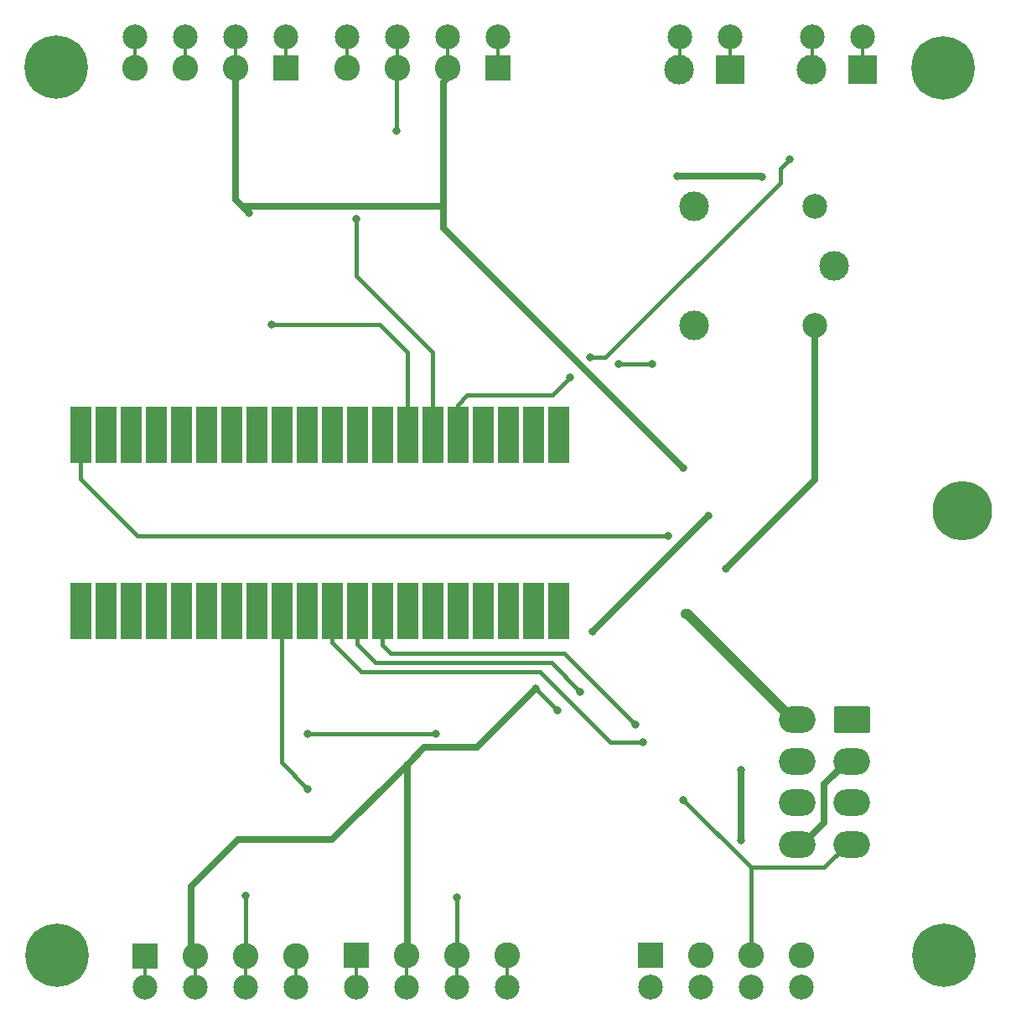
<source format=gbr>
G04 #@! TF.GenerationSoftware,KiCad,Pcbnew,(5.1.5)-3*
G04 #@! TF.CreationDate,2020-09-18T03:17:49-03:00*
G04 #@! TF.ProjectId,Diferencial,44696665-7265-46e6-9369-616c2e6b6963,rev?*
G04 #@! TF.SameCoordinates,Original*
G04 #@! TF.FileFunction,Copper,L2,Bot*
G04 #@! TF.FilePolarity,Positive*
%FSLAX46Y46*%
G04 Gerber Fmt 4.6, Leading zero omitted, Abs format (unit mm)*
G04 Created by KiCad (PCBNEW (5.1.5)-3) date 2020-09-18 03:17:49*
%MOMM*%
%LPD*%
G04 APERTURE LIST*
%ADD10C,0.300000*%
%ADD11C,0.100000*%
%ADD12O,3.700000X2.700000*%
%ADD13C,2.500000*%
%ADD14C,2.600000*%
%ADD15R,2.600000X2.600000*%
%ADD16C,6.000000*%
%ADD17C,3.000000*%
%ADD18R,3.000000X3.000000*%
%ADD19O,1.700000X1.700000*%
%ADD20C,1.700000*%
%ADD21R,1.700000X1.700000*%
%ADD22C,0.800000*%
%ADD23C,6.400000*%
%ADD24C,0.400000*%
%ADD25C,0.700000*%
%ADD26C,1.000000*%
G04 APERTURE END LIST*
D10*
X115811300Y-166179500D02*
X115811300Y-163004500D01*
X110731300Y-166179500D02*
X110731300Y-163004500D01*
X105651300Y-166179500D02*
X105651300Y-163004500D01*
X100571300Y-166179500D02*
X100571300Y-163004500D01*
X94424500Y-166204900D02*
X94424500Y-163029900D01*
X89344500Y-166204900D02*
X89344500Y-163029900D01*
X84264500Y-166204900D02*
X84264500Y-163029900D01*
X79184500Y-166204900D02*
X79184500Y-163029900D01*
X78232000Y-70256400D02*
X78232000Y-73431400D01*
X83312000Y-70256400D02*
X83312000Y-73431400D01*
X88392000Y-70256400D02*
X88392000Y-73431400D01*
X93472000Y-70256400D02*
X93472000Y-73431400D01*
X99618800Y-70256400D02*
X99618800Y-73431400D01*
X104698800Y-70256400D02*
X104698800Y-73431400D01*
X109778800Y-70256400D02*
X109778800Y-73431400D01*
X114858800Y-70256400D02*
X114858800Y-73431400D01*
X146600500Y-70260100D02*
X146600500Y-73562100D01*
X151680500Y-70260100D02*
X151680500Y-73562100D01*
X133222300Y-70266600D02*
X133222300Y-73568600D01*
X138302300Y-70266600D02*
X138302300Y-73568600D01*
D11*
G36*
X94030800Y-107594400D02*
G01*
X94030800Y-113182400D01*
X91998800Y-113182400D01*
X91998800Y-107594400D01*
X94030800Y-107594400D01*
G37*
X94030800Y-107594400D02*
X94030800Y-113182400D01*
X91998800Y-113182400D01*
X91998800Y-107594400D01*
X94030800Y-107594400D01*
G36*
X106730800Y-107594400D02*
G01*
X106730800Y-113182400D01*
X104698800Y-113182400D01*
X104698800Y-107594400D01*
X106730800Y-107594400D01*
G37*
X106730800Y-107594400D02*
X106730800Y-113182400D01*
X104698800Y-113182400D01*
X104698800Y-107594400D01*
X106730800Y-107594400D01*
G36*
X111810800Y-107594400D02*
G01*
X111810800Y-113182400D01*
X109778800Y-113182400D01*
X109778800Y-107594400D01*
X111810800Y-107594400D01*
G37*
X111810800Y-107594400D02*
X111810800Y-113182400D01*
X109778800Y-113182400D01*
X109778800Y-107594400D01*
X111810800Y-107594400D01*
G36*
X96570800Y-107594400D02*
G01*
X96570800Y-113182400D01*
X94538800Y-113182400D01*
X94538800Y-107594400D01*
X96570800Y-107594400D01*
G37*
X96570800Y-107594400D02*
X96570800Y-113182400D01*
X94538800Y-113182400D01*
X94538800Y-107594400D01*
X96570800Y-107594400D01*
G36*
X104190800Y-107594400D02*
G01*
X104190800Y-113182400D01*
X102158800Y-113182400D01*
X102158800Y-107594400D01*
X104190800Y-107594400D01*
G37*
X104190800Y-107594400D02*
X104190800Y-113182400D01*
X102158800Y-113182400D01*
X102158800Y-107594400D01*
X104190800Y-107594400D01*
G36*
X109270800Y-107594400D02*
G01*
X109270800Y-113182400D01*
X107238800Y-113182400D01*
X107238800Y-107594400D01*
X109270800Y-107594400D01*
G37*
X109270800Y-107594400D02*
X109270800Y-113182400D01*
X107238800Y-113182400D01*
X107238800Y-107594400D01*
X109270800Y-107594400D01*
G36*
X91490800Y-107594400D02*
G01*
X91490800Y-113182400D01*
X89458800Y-113182400D01*
X89458800Y-107594400D01*
X91490800Y-107594400D01*
G37*
X91490800Y-107594400D02*
X91490800Y-113182400D01*
X89458800Y-113182400D01*
X89458800Y-107594400D01*
X91490800Y-107594400D01*
G36*
X101650800Y-107594400D02*
G01*
X101650800Y-113182400D01*
X99618800Y-113182400D01*
X99618800Y-107594400D01*
X101650800Y-107594400D01*
G37*
X101650800Y-107594400D02*
X101650800Y-113182400D01*
X99618800Y-113182400D01*
X99618800Y-107594400D01*
X101650800Y-107594400D01*
G36*
X83870800Y-107594400D02*
G01*
X83870800Y-113182400D01*
X81838800Y-113182400D01*
X81838800Y-107594400D01*
X83870800Y-107594400D01*
G37*
X83870800Y-107594400D02*
X83870800Y-113182400D01*
X81838800Y-113182400D01*
X81838800Y-107594400D01*
X83870800Y-107594400D01*
G36*
X88950800Y-107594400D02*
G01*
X88950800Y-113182400D01*
X86918800Y-113182400D01*
X86918800Y-107594400D01*
X88950800Y-107594400D01*
G37*
X88950800Y-107594400D02*
X88950800Y-113182400D01*
X86918800Y-113182400D01*
X86918800Y-107594400D01*
X88950800Y-107594400D01*
G36*
X86410800Y-107594400D02*
G01*
X86410800Y-113182400D01*
X84378800Y-113182400D01*
X84378800Y-107594400D01*
X86410800Y-107594400D01*
G37*
X86410800Y-107594400D02*
X86410800Y-113182400D01*
X84378800Y-113182400D01*
X84378800Y-107594400D01*
X86410800Y-107594400D01*
G36*
X116890800Y-107594400D02*
G01*
X116890800Y-113182400D01*
X114858800Y-113182400D01*
X114858800Y-107594400D01*
X116890800Y-107594400D01*
G37*
X116890800Y-107594400D02*
X116890800Y-113182400D01*
X114858800Y-113182400D01*
X114858800Y-107594400D01*
X116890800Y-107594400D01*
G36*
X114350800Y-107594400D02*
G01*
X114350800Y-113182400D01*
X112318800Y-113182400D01*
X112318800Y-107594400D01*
X114350800Y-107594400D01*
G37*
X114350800Y-107594400D02*
X114350800Y-113182400D01*
X112318800Y-113182400D01*
X112318800Y-107594400D01*
X114350800Y-107594400D01*
G36*
X99110800Y-107594400D02*
G01*
X99110800Y-113182400D01*
X97078800Y-113182400D01*
X97078800Y-107594400D01*
X99110800Y-107594400D01*
G37*
X99110800Y-107594400D02*
X99110800Y-113182400D01*
X97078800Y-113182400D01*
X97078800Y-107594400D01*
X99110800Y-107594400D01*
G36*
X119430800Y-107594400D02*
G01*
X119430800Y-113182400D01*
X117398800Y-113182400D01*
X117398800Y-107594400D01*
X119430800Y-107594400D01*
G37*
X119430800Y-107594400D02*
X119430800Y-113182400D01*
X117398800Y-113182400D01*
X117398800Y-107594400D01*
X119430800Y-107594400D01*
G36*
X121970800Y-107594400D02*
G01*
X121970800Y-113182400D01*
X119938800Y-113182400D01*
X119938800Y-107594400D01*
X121970800Y-107594400D01*
G37*
X121970800Y-107594400D02*
X121970800Y-113182400D01*
X119938800Y-113182400D01*
X119938800Y-107594400D01*
X121970800Y-107594400D01*
G36*
X73710800Y-107594400D02*
G01*
X73710800Y-113182400D01*
X71678800Y-113182400D01*
X71678800Y-107594400D01*
X73710800Y-107594400D01*
G37*
X73710800Y-107594400D02*
X73710800Y-113182400D01*
X71678800Y-113182400D01*
X71678800Y-107594400D01*
X73710800Y-107594400D01*
G36*
X78790800Y-107594400D02*
G01*
X78790800Y-113182400D01*
X76758800Y-113182400D01*
X76758800Y-107594400D01*
X78790800Y-107594400D01*
G37*
X78790800Y-107594400D02*
X78790800Y-113182400D01*
X76758800Y-113182400D01*
X76758800Y-107594400D01*
X78790800Y-107594400D01*
G36*
X76250800Y-107594400D02*
G01*
X76250800Y-113182400D01*
X74218800Y-113182400D01*
X74218800Y-107594400D01*
X76250800Y-107594400D01*
G37*
X76250800Y-107594400D02*
X76250800Y-113182400D01*
X74218800Y-113182400D01*
X74218800Y-107594400D01*
X76250800Y-107594400D01*
G36*
X81330800Y-107594400D02*
G01*
X81330800Y-113182400D01*
X79298800Y-113182400D01*
X79298800Y-107594400D01*
X81330800Y-107594400D01*
G37*
X81330800Y-107594400D02*
X81330800Y-113182400D01*
X79298800Y-113182400D01*
X79298800Y-107594400D01*
X81330800Y-107594400D01*
G36*
X81330800Y-125374400D02*
G01*
X81330800Y-130962400D01*
X79298800Y-130962400D01*
X79298800Y-125374400D01*
X81330800Y-125374400D01*
G37*
X81330800Y-125374400D02*
X81330800Y-130962400D01*
X79298800Y-130962400D01*
X79298800Y-125374400D01*
X81330800Y-125374400D01*
G36*
X73710800Y-125374400D02*
G01*
X73710800Y-130962400D01*
X71678800Y-130962400D01*
X71678800Y-125374400D01*
X73710800Y-125374400D01*
G37*
X73710800Y-125374400D02*
X73710800Y-130962400D01*
X71678800Y-130962400D01*
X71678800Y-125374400D01*
X73710800Y-125374400D01*
G36*
X78790800Y-125374400D02*
G01*
X78790800Y-130962400D01*
X76758800Y-130962400D01*
X76758800Y-125374400D01*
X78790800Y-125374400D01*
G37*
X78790800Y-125374400D02*
X78790800Y-130962400D01*
X76758800Y-130962400D01*
X76758800Y-125374400D01*
X78790800Y-125374400D01*
G36*
X76250800Y-125374400D02*
G01*
X76250800Y-130962400D01*
X74218800Y-130962400D01*
X74218800Y-125374400D01*
X76250800Y-125374400D01*
G37*
X76250800Y-125374400D02*
X76250800Y-130962400D01*
X74218800Y-130962400D01*
X74218800Y-125374400D01*
X76250800Y-125374400D01*
G36*
X91490800Y-125374400D02*
G01*
X91490800Y-130962400D01*
X89458800Y-130962400D01*
X89458800Y-125374400D01*
X91490800Y-125374400D01*
G37*
X91490800Y-125374400D02*
X91490800Y-130962400D01*
X89458800Y-130962400D01*
X89458800Y-125374400D01*
X91490800Y-125374400D01*
G36*
X83870800Y-125374400D02*
G01*
X83870800Y-130962400D01*
X81838800Y-130962400D01*
X81838800Y-125374400D01*
X83870800Y-125374400D01*
G37*
X83870800Y-125374400D02*
X83870800Y-130962400D01*
X81838800Y-130962400D01*
X81838800Y-125374400D01*
X83870800Y-125374400D01*
G36*
X86410800Y-125374400D02*
G01*
X86410800Y-130962400D01*
X84378800Y-130962400D01*
X84378800Y-125374400D01*
X86410800Y-125374400D01*
G37*
X86410800Y-125374400D02*
X86410800Y-130962400D01*
X84378800Y-130962400D01*
X84378800Y-125374400D01*
X86410800Y-125374400D01*
G36*
X88950800Y-125374400D02*
G01*
X88950800Y-130962400D01*
X86918800Y-130962400D01*
X86918800Y-125374400D01*
X88950800Y-125374400D01*
G37*
X88950800Y-125374400D02*
X88950800Y-130962400D01*
X86918800Y-130962400D01*
X86918800Y-125374400D01*
X88950800Y-125374400D01*
G36*
X96570800Y-125374400D02*
G01*
X96570800Y-130962400D01*
X94538800Y-130962400D01*
X94538800Y-125374400D01*
X96570800Y-125374400D01*
G37*
X96570800Y-125374400D02*
X96570800Y-130962400D01*
X94538800Y-130962400D01*
X94538800Y-125374400D01*
X96570800Y-125374400D01*
G36*
X94030800Y-125374400D02*
G01*
X94030800Y-130962400D01*
X91998800Y-130962400D01*
X91998800Y-125374400D01*
X94030800Y-125374400D01*
G37*
X94030800Y-125374400D02*
X94030800Y-130962400D01*
X91998800Y-130962400D01*
X91998800Y-125374400D01*
X94030800Y-125374400D01*
G36*
X101650800Y-125374400D02*
G01*
X101650800Y-130962400D01*
X99618800Y-130962400D01*
X99618800Y-125374400D01*
X101650800Y-125374400D01*
G37*
X101650800Y-125374400D02*
X101650800Y-130962400D01*
X99618800Y-130962400D01*
X99618800Y-125374400D01*
X101650800Y-125374400D01*
G36*
X99110800Y-125374400D02*
G01*
X99110800Y-130962400D01*
X97078800Y-130962400D01*
X97078800Y-125374400D01*
X99110800Y-125374400D01*
G37*
X99110800Y-125374400D02*
X99110800Y-130962400D01*
X97078800Y-130962400D01*
X97078800Y-125374400D01*
X99110800Y-125374400D01*
G36*
X106730800Y-125374400D02*
G01*
X106730800Y-130962400D01*
X104698800Y-130962400D01*
X104698800Y-125374400D01*
X106730800Y-125374400D01*
G37*
X106730800Y-125374400D02*
X106730800Y-130962400D01*
X104698800Y-130962400D01*
X104698800Y-125374400D01*
X106730800Y-125374400D01*
G36*
X104190800Y-125374400D02*
G01*
X104190800Y-130962400D01*
X102158800Y-130962400D01*
X102158800Y-125374400D01*
X104190800Y-125374400D01*
G37*
X104190800Y-125374400D02*
X104190800Y-130962400D01*
X102158800Y-130962400D01*
X102158800Y-125374400D01*
X104190800Y-125374400D01*
G36*
X111810800Y-125374400D02*
G01*
X111810800Y-130962400D01*
X109778800Y-130962400D01*
X109778800Y-125374400D01*
X111810800Y-125374400D01*
G37*
X111810800Y-125374400D02*
X111810800Y-130962400D01*
X109778800Y-130962400D01*
X109778800Y-125374400D01*
X111810800Y-125374400D01*
G36*
X109270800Y-125374400D02*
G01*
X109270800Y-130962400D01*
X107238800Y-130962400D01*
X107238800Y-125374400D01*
X109270800Y-125374400D01*
G37*
X109270800Y-125374400D02*
X109270800Y-130962400D01*
X107238800Y-130962400D01*
X107238800Y-125374400D01*
X109270800Y-125374400D01*
G36*
X116890800Y-125374400D02*
G01*
X116890800Y-130962400D01*
X114858800Y-130962400D01*
X114858800Y-125374400D01*
X116890800Y-125374400D01*
G37*
X116890800Y-125374400D02*
X116890800Y-130962400D01*
X114858800Y-130962400D01*
X114858800Y-125374400D01*
X116890800Y-125374400D01*
G36*
X114350800Y-125374400D02*
G01*
X114350800Y-130962400D01*
X112318800Y-130962400D01*
X112318800Y-125374400D01*
X114350800Y-125374400D01*
G37*
X114350800Y-125374400D02*
X114350800Y-130962400D01*
X112318800Y-130962400D01*
X112318800Y-125374400D01*
X114350800Y-125374400D01*
G36*
X119430800Y-125374400D02*
G01*
X119430800Y-130962400D01*
X117398800Y-130962400D01*
X117398800Y-125374400D01*
X119430800Y-125374400D01*
G37*
X119430800Y-125374400D02*
X119430800Y-130962400D01*
X117398800Y-130962400D01*
X117398800Y-125374400D01*
X119430800Y-125374400D01*
G36*
X121970800Y-125374400D02*
G01*
X121970800Y-130962400D01*
X119938800Y-130962400D01*
X119938800Y-125374400D01*
X121970800Y-125374400D01*
G37*
X121970800Y-125374400D02*
X121970800Y-130962400D01*
X119938800Y-130962400D01*
X119938800Y-125374400D01*
X121970800Y-125374400D01*
D12*
X145122000Y-151792000D03*
X145122000Y-147592000D03*
X145122000Y-143392000D03*
X145122000Y-139192000D03*
X150622000Y-151792000D03*
X150622000Y-147592000D03*
X150622000Y-143392000D03*
G04 #@! TA.AperFunction,ComponentPad*
D11*
G36*
X152246503Y-137843204D02*
G01*
X152270772Y-137846804D01*
X152294570Y-137852765D01*
X152317670Y-137861030D01*
X152339849Y-137871520D01*
X152360892Y-137884133D01*
X152380598Y-137898748D01*
X152398776Y-137915224D01*
X152415252Y-137933402D01*
X152429867Y-137953108D01*
X152442480Y-137974151D01*
X152452970Y-137996330D01*
X152461235Y-138019430D01*
X152467196Y-138043228D01*
X152470796Y-138067497D01*
X152472000Y-138092001D01*
X152472000Y-140291999D01*
X152470796Y-140316503D01*
X152467196Y-140340772D01*
X152461235Y-140364570D01*
X152452970Y-140387670D01*
X152442480Y-140409849D01*
X152429867Y-140430892D01*
X152415252Y-140450598D01*
X152398776Y-140468776D01*
X152380598Y-140485252D01*
X152360892Y-140499867D01*
X152339849Y-140512480D01*
X152317670Y-140522970D01*
X152294570Y-140531235D01*
X152270772Y-140537196D01*
X152246503Y-140540796D01*
X152221999Y-140542000D01*
X149022001Y-140542000D01*
X148997497Y-140540796D01*
X148973228Y-140537196D01*
X148949430Y-140531235D01*
X148926330Y-140522970D01*
X148904151Y-140512480D01*
X148883108Y-140499867D01*
X148863402Y-140485252D01*
X148845224Y-140468776D01*
X148828748Y-140450598D01*
X148814133Y-140430892D01*
X148801520Y-140409849D01*
X148791030Y-140387670D01*
X148782765Y-140364570D01*
X148776804Y-140340772D01*
X148773204Y-140316503D01*
X148772000Y-140291999D01*
X148772000Y-138092001D01*
X148773204Y-138067497D01*
X148776804Y-138043228D01*
X148782765Y-138019430D01*
X148791030Y-137996330D01*
X148801520Y-137974151D01*
X148814133Y-137953108D01*
X148828748Y-137933402D01*
X148845224Y-137915224D01*
X148863402Y-137898748D01*
X148883108Y-137884133D01*
X148904151Y-137871520D01*
X148926330Y-137861030D01*
X148949430Y-137852765D01*
X148973228Y-137846804D01*
X148997497Y-137843204D01*
X149022001Y-137842000D01*
X152221999Y-137842000D01*
X152246503Y-137843204D01*
G37*
G04 #@! TD.AperFunction*
D13*
X145486120Y-166166800D03*
X140406120Y-166166800D03*
X135326120Y-166166800D03*
X130246120Y-166166800D03*
D14*
X145486120Y-162991800D03*
X140406120Y-162991800D03*
X135326120Y-162991800D03*
D15*
X130246120Y-162991800D03*
D16*
X161721800Y-118079520D03*
D13*
X115811300Y-166179500D03*
X110731300Y-166179500D03*
X105651300Y-166179500D03*
X100571300Y-166179500D03*
D14*
X115811300Y-163004500D03*
X110731300Y-163004500D03*
X105651300Y-163004500D03*
D15*
X100571300Y-163004500D03*
D13*
X94424500Y-166204900D03*
X89344500Y-166204900D03*
X84264500Y-166204900D03*
X79184500Y-166204900D03*
D14*
X94424500Y-163029900D03*
X89344500Y-163029900D03*
X84264500Y-163029900D03*
D15*
X79184500Y-163029900D03*
D13*
X78232000Y-70256400D03*
X83312000Y-70256400D03*
X88392000Y-70256400D03*
X93472000Y-70256400D03*
D14*
X78232000Y-73431400D03*
X83312000Y-73431400D03*
X88392000Y-73431400D03*
D15*
X93472000Y-73431400D03*
D13*
X99618800Y-70256400D03*
X104698800Y-70256400D03*
X109778800Y-70256400D03*
X114858800Y-70256400D03*
D14*
X99618800Y-73431400D03*
X104698800Y-73431400D03*
X109778800Y-73431400D03*
D15*
X114858800Y-73431400D03*
D13*
X146600500Y-70260100D03*
X151680500Y-70260100D03*
D17*
X146553500Y-73562100D03*
D18*
X151680500Y-73562100D03*
D13*
X133222300Y-70266600D03*
X138302300Y-70266600D03*
D17*
X133175300Y-73568600D03*
D18*
X138302300Y-73568600D03*
D19*
X113334800Y-110464600D03*
X90474800Y-110464600D03*
X118414800Y-110464600D03*
X103174800Y-110464600D03*
X95554800Y-110464600D03*
X87934800Y-110464600D03*
X110794800Y-110464600D03*
X108254800Y-110464600D03*
X82854800Y-110464600D03*
X80314800Y-110464600D03*
D20*
X120954800Y-110464600D03*
D19*
X115874800Y-110464600D03*
X105714800Y-110464600D03*
X100634800Y-110464600D03*
X98094800Y-110464600D03*
X85394800Y-110464600D03*
X77774800Y-110464600D03*
X93014800Y-110464600D03*
X75234800Y-110464600D03*
X72694800Y-110464600D03*
X113309400Y-128143000D03*
X90449400Y-128143000D03*
X118389400Y-128143000D03*
X103149400Y-128143000D03*
X95529400Y-128143000D03*
X87909400Y-128143000D03*
X110769400Y-128143000D03*
X108229400Y-128143000D03*
X82829400Y-128143000D03*
X80289400Y-128143000D03*
D20*
X120929400Y-128143000D03*
D19*
X115849400Y-128143000D03*
X105689400Y-128143000D03*
X100609400Y-128143000D03*
X98069400Y-128143000D03*
X85369400Y-128143000D03*
X77749400Y-128143000D03*
X92989400Y-128143000D03*
X75209400Y-128143000D03*
D21*
X72669400Y-128143000D03*
D17*
X148846700Y-93409700D03*
D13*
X146896700Y-99359700D03*
D17*
X134646700Y-99409700D03*
X134696700Y-87359700D03*
D13*
X146896700Y-87359700D03*
D22*
X161596356Y-161303844D03*
X159899300Y-160600900D03*
X158202244Y-161303844D03*
X157499300Y-163000900D03*
X158202244Y-164697956D03*
X159899300Y-165400900D03*
X161596356Y-164697956D03*
X162299300Y-163000900D03*
D23*
X159899300Y-163000900D03*
D22*
X72003456Y-161262544D03*
X70306400Y-160559600D03*
X68609344Y-161262544D03*
X67906400Y-162959600D03*
X68609344Y-164656656D03*
X70306400Y-165359600D03*
X72003456Y-164656656D03*
X72706400Y-162959600D03*
D23*
X70306400Y-162959600D03*
D22*
X161530356Y-71723144D03*
X159833300Y-71020200D03*
X158136244Y-71723144D03*
X157433300Y-73420200D03*
X158136244Y-75117256D03*
X159833300Y-75820200D03*
X161530356Y-75117256D03*
X162233300Y-73420200D03*
D23*
X159833300Y-73420200D03*
D22*
X71906156Y-71637144D03*
X70209100Y-70934200D03*
X68512044Y-71637144D03*
X67809100Y-73334200D03*
X68512044Y-75031256D03*
X70209100Y-75734200D03*
X71906156Y-75031256D03*
X72609100Y-73334200D03*
D23*
X70209100Y-73334200D03*
D22*
X92036900Y-99275900D03*
X141528800Y-84378800D03*
X132956300Y-84328000D03*
X108610400Y-140639800D03*
X95637350Y-140633450D03*
X133858000Y-128524000D03*
X100571300Y-88646000D03*
X105676700Y-143725900D03*
X89677240Y-88021160D03*
X118658640Y-136047480D03*
X120868440Y-138267440D03*
X124460000Y-130302000D03*
X136144000Y-118618000D03*
X133604000Y-113792000D03*
X132080000Y-120650000D03*
X137922000Y-123952000D03*
X104648000Y-79743300D03*
X133604000Y-147320000D03*
X129540000Y-141478000D03*
X128778000Y-139700000D03*
X123190000Y-136398000D03*
X139446000Y-151384000D03*
X139446000Y-144272000D03*
X130464560Y-103276400D03*
X127035560Y-103256080D03*
X144348200Y-82600800D03*
X122174000Y-104648000D03*
X124206000Y-102616000D03*
X95669100Y-146189700D03*
X89408000Y-156946600D03*
X110688120Y-157134560D03*
D24*
X92036900Y-99275900D02*
X102920800Y-99275900D01*
X105714800Y-102069900D02*
X105714800Y-110464600D01*
X102920800Y-99275900D02*
X105714800Y-102069900D01*
D25*
X141478000Y-84328000D02*
X141528800Y-84378800D01*
X132956300Y-84328000D02*
X141478000Y-84328000D01*
D24*
X95643700Y-140639800D02*
X95637350Y-140633450D01*
X108610400Y-140639800D02*
X95643700Y-140639800D01*
D26*
X75234800Y-128117600D02*
X75209400Y-128143000D01*
D25*
X150122000Y-143392000D02*
X147828000Y-145686000D01*
X150622000Y-143392000D02*
X150122000Y-143392000D01*
X145622000Y-151792000D02*
X145122000Y-151792000D01*
X147828000Y-149586000D02*
X145622000Y-151792000D01*
X147828000Y-145686000D02*
X147828000Y-149586000D01*
D26*
X133954000Y-128524000D02*
X133858000Y-128524000D01*
X145122000Y-139192000D02*
X144622000Y-139192000D01*
X144622000Y-139192000D02*
X133954000Y-128524000D01*
D24*
X108254800Y-110464600D02*
X108254800Y-102057200D01*
X108254800Y-102057200D02*
X100571300Y-94373700D01*
X100571300Y-94373700D02*
X100571300Y-88646000D01*
X105423479Y-162454490D02*
X105262384Y-162615585D01*
X105676700Y-143725900D02*
X105676700Y-162201269D01*
X105676700Y-162201269D02*
X105423479Y-162454490D01*
X88619821Y-73981410D02*
X88780916Y-73820315D01*
X88379300Y-73981410D02*
X88619821Y-73981410D01*
X88379300Y-86723220D02*
X88379300Y-86230460D01*
X88379300Y-86230460D02*
X88379300Y-73981410D01*
X110006621Y-73981410D02*
X110167716Y-73820315D01*
X109387640Y-87401400D02*
X109387640Y-74600391D01*
X109387640Y-74600391D02*
X110006621Y-73981410D01*
X89677240Y-88021160D02*
X89060020Y-87403940D01*
X89060020Y-87403940D02*
X88379300Y-86723220D01*
X83875584Y-156062976D02*
X83875584Y-162640985D01*
D25*
X110068753Y-74131410D02*
X110273782Y-73926381D01*
X109387640Y-87401400D02*
X109387640Y-74812523D01*
X109387640Y-74812523D02*
X110068753Y-74131410D01*
X89062560Y-87401400D02*
X89060020Y-87403940D01*
X109387640Y-87401400D02*
X89062560Y-87401400D01*
X89057480Y-87401400D02*
X88379300Y-86723220D01*
X89062560Y-87401400D02*
X89057480Y-87401400D01*
X89062560Y-87406480D02*
X89677240Y-88021160D01*
X89062560Y-87401400D02*
X89062560Y-87406480D01*
X88681953Y-74131410D02*
X88886982Y-73926381D01*
X88379300Y-86723220D02*
X88379300Y-74131410D01*
X88379300Y-74131410D02*
X88681953Y-74131410D01*
X107406440Y-141996160D02*
X105676700Y-143725900D01*
X105676700Y-161989137D02*
X105156318Y-162509519D01*
X105676700Y-143725900D02*
X105676700Y-161989137D01*
X105676700Y-143725900D02*
X98115120Y-151287480D01*
X98115120Y-151287480D02*
X88651080Y-151287480D01*
X88651080Y-151287480D02*
X83875584Y-156062976D01*
X83875584Y-162428853D02*
X83769518Y-162534919D01*
X83875584Y-156062976D02*
X83875584Y-162428853D01*
X107406440Y-141996160D02*
X112709960Y-141996160D01*
X112709960Y-141996160D02*
X118658640Y-136047480D01*
D24*
X120868440Y-138257280D02*
X118658640Y-136047480D01*
X120868440Y-138267440D02*
X120868440Y-138257280D01*
D25*
X124460000Y-130302000D02*
X136144000Y-118618000D01*
X109387640Y-87401400D02*
X109387640Y-89575640D01*
X109387640Y-89575640D02*
X123698000Y-103886000D01*
X123698000Y-103886000D02*
X133604000Y-113792000D01*
D24*
X72694800Y-110464600D02*
X72694800Y-114493040D01*
X72694800Y-114493040D02*
X72694800Y-114858800D01*
X72694800Y-114858800D02*
X78486000Y-120650000D01*
X78486000Y-120650000D02*
X132080000Y-120650000D01*
D25*
X146896700Y-99359700D02*
X146896700Y-114977300D01*
X146896700Y-114977300D02*
X137922000Y-123952000D01*
D24*
X104648000Y-74260031D02*
X105087716Y-73820315D01*
X104648000Y-79743300D02*
X104648000Y-74260031D01*
X140406120Y-154122120D02*
X140406120Y-162991800D01*
X133604000Y-147320000D02*
X140406120Y-154122120D01*
X147791880Y-154122120D02*
X140406120Y-154122120D01*
X150122000Y-151792000D02*
X147791880Y-154122120D01*
X150622000Y-151792000D02*
X150122000Y-151792000D01*
X126238000Y-141478000D02*
X129540000Y-141478000D01*
X119115840Y-134355840D02*
X126238000Y-141478000D01*
X101015800Y-134355840D02*
X119115840Y-134355840D01*
X98069400Y-128143000D02*
X98069400Y-131409440D01*
X98069400Y-131409440D02*
X101015800Y-134355840D01*
X103149400Y-128143000D02*
X103149400Y-131638040D01*
X103149400Y-131638040D02*
X104002840Y-132491480D01*
X104002840Y-132491480D02*
X118049040Y-132491480D01*
X118049040Y-132491480D02*
X121569480Y-132491480D01*
X121569480Y-132491480D02*
X128778000Y-139700000D01*
X100609400Y-131531360D02*
X100609400Y-128143000D01*
X102529640Y-133451600D02*
X100609400Y-131531360D01*
X123190000Y-136398000D02*
X120243600Y-133451600D01*
X120243600Y-133451600D02*
X102529640Y-133451600D01*
D25*
X139446000Y-151384000D02*
X139446000Y-144272000D01*
D24*
X130464560Y-103276400D02*
X127055880Y-103276400D01*
X127055880Y-103276400D02*
X127035560Y-103256080D01*
X110794800Y-107391200D02*
X110794800Y-110464600D01*
X111760000Y-106426000D02*
X110794800Y-107391200D01*
X144348200Y-82600800D02*
X143370201Y-83578799D01*
X111760000Y-106426000D02*
X120396000Y-106426000D01*
X120396000Y-106426000D02*
X122174000Y-104648000D01*
X143370201Y-84975799D02*
X143370201Y-83705799D01*
X125730000Y-102616000D02*
X143370201Y-84975799D01*
X124206000Y-102616000D02*
X125730000Y-102616000D01*
X143370201Y-83578799D02*
X143370201Y-83705799D01*
X92989400Y-143510000D02*
X92989400Y-128143000D01*
X95669100Y-146189700D02*
X92989400Y-143510000D01*
X89116679Y-162479890D02*
X88955584Y-162640985D01*
X89408000Y-156946600D02*
X89408000Y-162188569D01*
X89408000Y-162188569D02*
X89116679Y-162479890D01*
X110688120Y-162269849D02*
X110342384Y-162615585D01*
X110688120Y-157134560D02*
X110688120Y-162269849D01*
M02*

</source>
